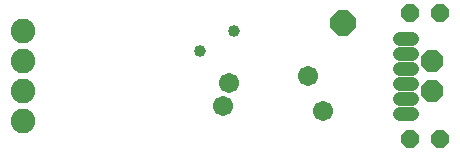
<source format=gbr>
G04 EAGLE Gerber RS-274X export*
G75*
%MOMM*%
%FSLAX34Y34*%
%LPD*%
%INSoldermask Bottom*%
%IPPOS*%
%AMOC8*
5,1,8,0,0,1.08239X$1,22.5*%
G01*
%ADD10C,1.211200*%
%ADD11P,2.034460X8X112.500000*%
%ADD12C,2.082800*%
%ADD13P,1.649562X8X22.500000*%
%ADD14P,2.309387X8X292.500000*%
%ADD15C,1.703200*%
%ADD16C,1.009600*%


D10*
X337060Y52450D02*
X347140Y52450D01*
X347140Y65150D02*
X337060Y65150D01*
X337060Y77850D02*
X347140Y77850D01*
X347140Y90550D02*
X337060Y90550D01*
X337060Y103250D02*
X347140Y103250D01*
X347140Y115950D02*
X337060Y115950D01*
D11*
X364000Y72300D03*
X364000Y97700D03*
D12*
X18000Y123000D03*
X18000Y97600D03*
X18000Y72200D03*
X18000Y46800D03*
D13*
X345300Y138000D03*
X370700Y138000D03*
X345300Y32000D03*
X370700Y32000D03*
D14*
X289000Y130000D03*
D15*
X272000Y55150D03*
X187000Y60000D03*
X259000Y85000D03*
X192000Y79000D03*
D16*
X168000Y106000D03*
X196000Y123000D03*
M02*

</source>
